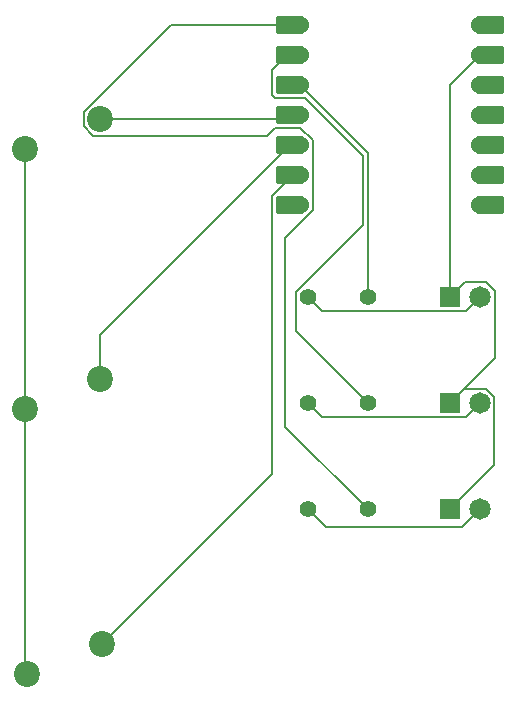
<source format=gbr>
%TF.GenerationSoftware,KiCad,Pcbnew,9.0.3*%
%TF.CreationDate,2025-07-19T15:28:30-07:00*%
%TF.ProjectId,ayushi_macropad,61797573-6869-45f6-9d61-63726f706164,rev?*%
%TF.SameCoordinates,Original*%
%TF.FileFunction,Copper,L1,Top*%
%TF.FilePolarity,Positive*%
%FSLAX46Y46*%
G04 Gerber Fmt 4.6, Leading zero omitted, Abs format (unit mm)*
G04 Created by KiCad (PCBNEW 9.0.3) date 2025-07-19 15:28:30*
%MOMM*%
%LPD*%
G01*
G04 APERTURE LIST*
G04 Aperture macros list*
%AMRoundRect*
0 Rectangle with rounded corners*
0 $1 Rounding radius*
0 $2 $3 $4 $5 $6 $7 $8 $9 X,Y pos of 4 corners*
0 Add a 4 corners polygon primitive as box body*
4,1,4,$2,$3,$4,$5,$6,$7,$8,$9,$2,$3,0*
0 Add four circle primitives for the rounded corners*
1,1,$1+$1,$2,$3*
1,1,$1+$1,$4,$5*
1,1,$1+$1,$6,$7*
1,1,$1+$1,$8,$9*
0 Add four rect primitives between the rounded corners*
20,1,$1+$1,$2,$3,$4,$5,0*
20,1,$1+$1,$4,$5,$6,$7,0*
20,1,$1+$1,$6,$7,$8,$9,0*
20,1,$1+$1,$8,$9,$2,$3,0*%
G04 Aperture macros list end*
%TA.AperFunction,ComponentPad*%
%ADD10R,1.815000X1.815000*%
%TD*%
%TA.AperFunction,ComponentPad*%
%ADD11C,1.815000*%
%TD*%
%TA.AperFunction,ComponentPad*%
%ADD12C,1.400000*%
%TD*%
%TA.AperFunction,ComponentPad*%
%ADD13C,2.200000*%
%TD*%
%TA.AperFunction,SMDPad,CuDef*%
%ADD14RoundRect,0.152400X1.063600X0.609600X-1.063600X0.609600X-1.063600X-0.609600X1.063600X-0.609600X0*%
%TD*%
%TA.AperFunction,ComponentPad*%
%ADD15C,1.524000*%
%TD*%
%TA.AperFunction,SMDPad,CuDef*%
%ADD16RoundRect,0.152400X-1.063600X-0.609600X1.063600X-0.609600X1.063600X0.609600X-1.063600X0.609600X0*%
%TD*%
%TA.AperFunction,Conductor*%
%ADD17C,0.200000*%
%TD*%
G04 APERTURE END LIST*
D10*
%TO.P,D3,C*%
%TO.N,GND*%
X152460000Y-104000000D03*
D11*
%TO.P,D3,A*%
%TO.N,Net-(D3-PadA)*%
X155000000Y-104000000D03*
%TD*%
%TO.P,D1,A*%
%TO.N,Net-(D1-PadA)*%
X155040000Y-86000000D03*
D10*
%TO.P,D1,C*%
%TO.N,GND*%
X152500000Y-86000000D03*
%TD*%
D12*
%TO.P,R1,1*%
%TO.N,Net-(D1-PadA)*%
X140420000Y-86000000D03*
%TO.P,R1,2*%
%TO.N,LED3*%
X145500000Y-86000000D03*
%TD*%
D11*
%TO.P,D2,A*%
%TO.N,Net-(D2-PadA)*%
X155000000Y-95000000D03*
D10*
%TO.P,D2,C*%
%TO.N,GND*%
X152460000Y-95000000D03*
%TD*%
D13*
%TO.P,SW1,1,1*%
%TO.N,button1*%
X122850000Y-70960000D03*
%TO.P,SW1,2,2*%
%TO.N,GND*%
X116500000Y-73500000D03*
%TD*%
D12*
%TO.P,R2,1*%
%TO.N,Net-(D2-PadA)*%
X140420000Y-95000000D03*
%TO.P,R2,2*%
%TO.N,LED2*%
X145500000Y-95000000D03*
%TD*%
%TO.P,R3,1*%
%TO.N,Net-(D3-PadA)*%
X140420000Y-104000000D03*
%TO.P,R3,2*%
%TO.N,LED1*%
X145500000Y-104000000D03*
%TD*%
D14*
%TO.P,U1,1,GPIO26/ADC0/A0*%
%TO.N,LED1*%
X138925000Y-63000000D03*
D15*
X139760000Y-63000000D03*
D14*
%TO.P,U1,2,GPIO27/ADC1/A1*%
%TO.N,LED2*%
X138925000Y-65540000D03*
D15*
X139760000Y-65540000D03*
D14*
%TO.P,U1,3,GPIO28/ADC2/A2*%
%TO.N,LED3*%
X138925000Y-68080000D03*
D15*
X139760000Y-68080000D03*
D14*
%TO.P,U1,4,GPIO29/ADC3/A3*%
%TO.N,button1*%
X138925000Y-70620000D03*
D15*
X139760000Y-70620000D03*
D14*
%TO.P,U1,5,GPIO6/SDA*%
%TO.N,button2*%
X138925000Y-73160000D03*
D15*
X139760000Y-73160000D03*
D14*
%TO.P,U1,6,GPIO7/SCL*%
%TO.N,button3*%
X138925000Y-75700000D03*
D15*
X139760000Y-75700000D03*
D14*
%TO.P,U1,7,GPIO0/TX*%
%TO.N,unconnected-(U1-GPIO0{slash}TX-Pad7)*%
X138925000Y-78240000D03*
D15*
X139760000Y-78240000D03*
%TO.P,U1,8,GPIO1/RX*%
%TO.N,unconnected-(U1-GPIO1{slash}RX-Pad8)*%
X155000000Y-78240000D03*
D16*
X155835000Y-78240000D03*
D15*
%TO.P,U1,9,GPIO2/SCK*%
%TO.N,unconnected-(U1-GPIO2{slash}SCK-Pad9)*%
X155000000Y-75700000D03*
D16*
X155835000Y-75700000D03*
D15*
%TO.P,U1,10,GPIO4/MISO*%
%TO.N,unconnected-(U1-GPIO4{slash}MISO-Pad10)*%
X155000000Y-73160000D03*
D16*
X155835000Y-73160000D03*
D15*
%TO.P,U1,11,GPIO3/MOSI*%
%TO.N,unconnected-(U1-GPIO3{slash}MOSI-Pad11)*%
X155000000Y-70620000D03*
D16*
X155835000Y-70620000D03*
D15*
%TO.P,U1,12,3V3*%
%TO.N,unconnected-(U1-3V3-Pad12)*%
X155000000Y-68080000D03*
D16*
X155835000Y-68080000D03*
D15*
%TO.P,U1,13,GND*%
%TO.N,GND*%
X155000000Y-65540000D03*
D16*
X155835000Y-65540000D03*
D15*
%TO.P,U1,14,VBUS*%
%TO.N,unconnected-(U1-VBUS-Pad14)*%
X155000000Y-63000000D03*
D16*
X155835000Y-63000000D03*
%TD*%
D13*
%TO.P,SW3,1,1*%
%TO.N,button3*%
X122960000Y-115420000D03*
%TO.P,SW3,2,2*%
%TO.N,GND*%
X116610000Y-117960000D03*
%TD*%
%TO.P,SW2,1,1*%
%TO.N,button2*%
X122850000Y-92960000D03*
%TO.P,SW2,2,2*%
%TO.N,GND*%
X116500000Y-95500000D03*
%TD*%
D17*
%TO.N,GND*%
X152460000Y-104000000D02*
X156208500Y-100251500D01*
X156208500Y-94499422D02*
X155500578Y-93791500D01*
X155500578Y-93791500D02*
X153668500Y-93791500D01*
X153668500Y-93791500D02*
X152460000Y-95000000D01*
X156208500Y-100251500D02*
X156208500Y-94499422D01*
X152460000Y-95000000D02*
X156248500Y-91211500D01*
X156248500Y-85499422D02*
X155540578Y-84791500D01*
X153708500Y-84791500D02*
X152500000Y-86000000D01*
X156248500Y-91211500D02*
X156248500Y-85499422D01*
X155540578Y-84791500D02*
X153708500Y-84791500D01*
X152500000Y-86000000D02*
X152500000Y-68040000D01*
X152500000Y-68040000D02*
X155000000Y-65540000D01*
%TO.N,LED1*%
X145500000Y-104000000D02*
X138500000Y-97000000D01*
X138500000Y-97000000D02*
X138500000Y-81003310D01*
X122269686Y-72361000D02*
X121449000Y-71540314D01*
X138500000Y-81003310D02*
X140823000Y-78680310D01*
X140823000Y-78680310D02*
X140823000Y-72719690D01*
X136991374Y-72361000D02*
X122269686Y-72361000D01*
X140823000Y-72719690D02*
X139786310Y-71683000D01*
X137669374Y-71683000D02*
X136991374Y-72361000D01*
X139786310Y-71683000D02*
X137669374Y-71683000D01*
X121449000Y-71540314D02*
X121449000Y-70379686D01*
X121449000Y-70379686D02*
X128828686Y-63000000D01*
X128828686Y-63000000D02*
X139760000Y-63000000D01*
%TO.N,LED2*%
X145500000Y-95000000D02*
X139419000Y-88919000D01*
X139419000Y-88919000D02*
X139419000Y-85585372D01*
X140200310Y-69143000D02*
X137669374Y-69143000D01*
X139419000Y-85585372D02*
X145099000Y-79905372D01*
X145099000Y-79905372D02*
X145099000Y-74041690D01*
X137669374Y-69143000D02*
X137408000Y-68881626D01*
X138682370Y-65540000D02*
X139760000Y-65540000D01*
X145099000Y-74041690D02*
X140200310Y-69143000D01*
X137408000Y-66814370D02*
X138682370Y-65540000D01*
X137408000Y-68881626D02*
X137408000Y-66814370D01*
%TO.N,LED3*%
X145500000Y-86000000D02*
X145500000Y-73820000D01*
X145500000Y-73820000D02*
X139760000Y-68080000D01*
%TO.N,Net-(D3-PadA)*%
X140420000Y-104000000D02*
X141920000Y-105500000D01*
X141920000Y-105500000D02*
X153500000Y-105500000D01*
X153500000Y-105500000D02*
X155000000Y-104000000D01*
%TO.N,Net-(D2-PadA)*%
X140420000Y-95000000D02*
X141628500Y-96208500D01*
X153791500Y-96208500D02*
X155000000Y-95000000D01*
X141628500Y-96208500D02*
X153791500Y-96208500D01*
%TO.N,Net-(D1-PadA)*%
X140420000Y-86000000D02*
X141628500Y-87208500D01*
X153831500Y-87208500D02*
X155040000Y-86000000D01*
X141628500Y-87208500D02*
X153831500Y-87208500D01*
%TO.N,button3*%
X122960000Y-115420000D02*
X137408000Y-100972000D01*
X137408000Y-100972000D02*
X137408000Y-77438374D01*
X137408000Y-77438374D02*
X139146374Y-75700000D01*
X139146374Y-75700000D02*
X139760000Y-75700000D01*
%TO.N,button2*%
X122850000Y-92960000D02*
X122850000Y-89235000D01*
X122850000Y-89235000D02*
X138925000Y-73160000D01*
X138925000Y-73160000D02*
X139760000Y-73160000D01*
%TO.N,button1*%
X122850000Y-70960000D02*
X139420000Y-70960000D01*
X139420000Y-70960000D02*
X139760000Y-70620000D01*
%TO.N,GND*%
X116500000Y-95500000D02*
X116500000Y-117850000D01*
X116500000Y-117850000D02*
X116610000Y-117960000D01*
X116500000Y-73500000D02*
X116500000Y-95500000D01*
%TD*%
M02*

</source>
